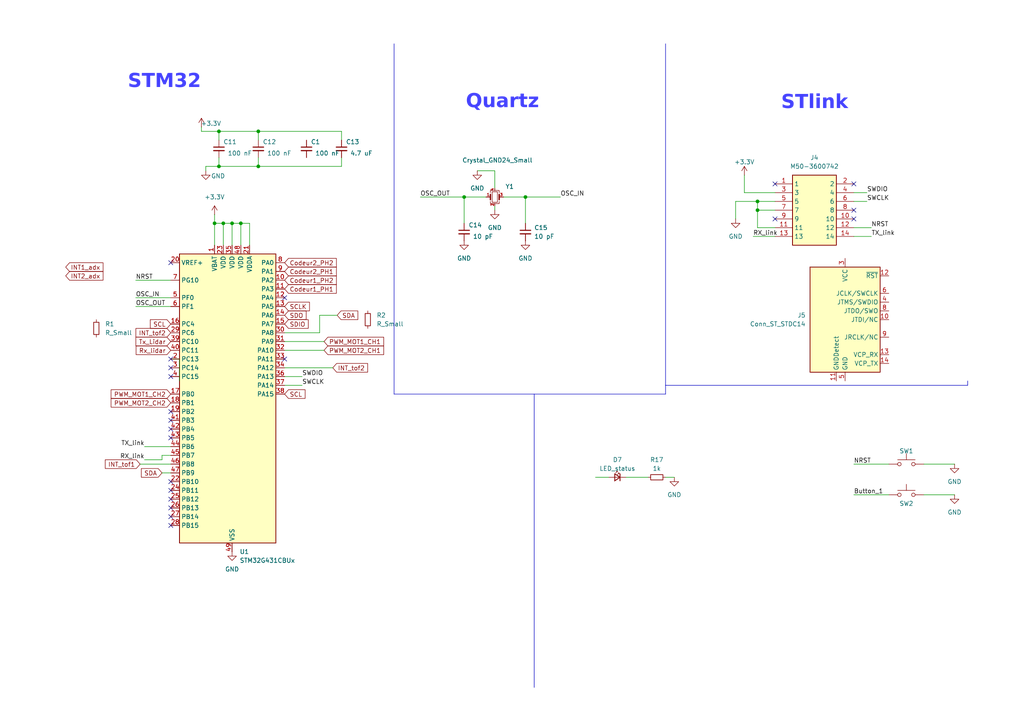
<source format=kicad_sch>
(kicad_sch (version 20231120) (generator "eeschema") (generator_version "8.0")
  (paper "A4")
  (lib_symbols
    (symbol "Connector:Conn_ST_STDC14"
      (property "Reference" "J" (at -8.89 16.51 0))
      (property "Value" "Conn_ST_STDC14" (at 17.78 16.51 0))
      (symbol "Conn_ST_STDC14_0_1"
        (rectangle (start -10.16 15.24) (end 10.16 -15.24) (stroke (width 0.254)) (fill (type background)))
      )
      (symbol "Conn_ST_STDC14_1_1"
        (pin no_connect line (at -10.16 5.08 0) (length 2.54) hide (name "NC") (number "1"))
        (pin output line (at 12.7 0 180) (length 2.54) (name "JTDI/NC") (number "10"))
        (pin passive line (at -2.54 -17.78 90) (length 2.54) (name "GNDDetect") (number "11"))
        (pin open_collector line (at 12.7 12.7 180) (length 2.54) (name "~{RST}") (number "12"))
        (pin output line (at 12.7 -10.16 180) (length 2.54) (name "VCP_RX") (number "13"))
        (pin input line (at 12.7 -12.7 180) (length 2.54) (name "VCP_TX") (number "14"))
        (pin no_connect line (at -10.16 2.54 0) (length 2.54) hide (name "NC") (number "2"))
        (pin power_in line (at 0 17.78 270) (length 2.54) (name "VCC") (number "3"))
        (pin bidirectional line (at 12.7 5.08 180) (length 2.54) (name "JTMS/SWDIO") (number "4"))
        (pin power_in line (at 0 -17.78 90) (length 2.54) (name "GND") (number "5"))
        (pin output line (at 12.7 7.62 180) (length 2.54) (name "JCLK/SWCLK") (number "6"))
        (pin passive line (at 0 -17.78 90) (length 2.54) hide (name "GND") (number "7"))
        (pin input line (at 12.7 2.54 180) (length 2.54) (name "JTDO/SWO") (number "8"))
        (pin input line (at 12.7 -5.08 180) (length 2.54) (name "JRCLK/NC") (number "9"))
      )
    )
    (symbol "Device:C_Small" (pin_numbers hide) (pin_names (offset 0.254) hide)
      (property "Reference" "C" (at 0.254 1.778 0))
      (property "Value" "C_Small" (at 0.254 -2.032 0))
      (symbol "C_Small_0_1"
        (polyline (pts (xy -1.524 -0.508) (xy 1.524 -0.508)) (stroke (width 0.3302)))
        (polyline (pts (xy -1.524 0.508) (xy 1.524 0.508)) (stroke (width 0.3048)))
      )
      (symbol "C_Small_1_1"
        (pin passive line (at 0 2.54 270) (length 2.032) (name "~") (number "1"))
        (pin passive line (at 0 -2.54 90) (length 2.032) (name "~") (number "2"))
      )
    )
    (symbol "Device:Crystal_GND24_Small" (pin_names (offset 1.016) hide)
      (property "Reference" "Y" (at 1.27 4.445 0))
      (property "Value" "Crystal_GND24_Small" (at 1.27 2.54 0))
      (symbol "Crystal_GND24_Small_0_1"
        (rectangle (start -0.762 -1.524) (end 0.762 1.524))
        (polyline (pts (xy -1.27 -0.762) (xy -1.27 0.762)) (stroke (width 0.381)))
        (polyline (pts (xy 1.27 -0.762) (xy 1.27 0.762)) (stroke (width 0.381)))
        (polyline (pts (xy -1.27 -1.27) (xy -1.27 -1.905) (xy 1.27 -1.905) (xy 1.27 -1.27)))
        (polyline (pts (xy -1.27 1.27) (xy -1.27 1.905) (xy 1.27 1.905) (xy 1.27 1.27)))
      )
      (symbol "Crystal_GND24_Small_1_1"
        (pin passive line (at -2.54 0 0) (length 1.27) (name "1") (number "1"))
        (pin passive line (at 0 -2.54 90) (length 0.635) (name "2") (number "2"))
        (pin passive line (at 2.54 0 180) (length 1.27) (name "3") (number "3"))
        (pin passive line (at 0 2.54 270) (length 0.635) (name "4") (number "4"))
      )
    )
    (symbol "Device:LED_Small" (pin_numbers hide) (pin_names (offset 0.254) hide)
      (property "Reference" "D" (at -1.27 3.175 0))
      (property "Value" "LED_Small" (at -4.445 -2.54 0))
      (symbol "LED_Small_0_1"
        (polyline (pts (xy -0.762 -1.016) (xy -0.762 1.016)) (stroke (width 0.254)))
        (polyline (pts (xy 1.016 0) (xy -0.762 0)))
        (polyline (pts (xy 0.762 -1.016) (xy -0.762 0) (xy 0.762 1.016) (xy 0.762 -1.016)) (stroke (width 0.254)))
        (polyline (pts (xy 0 0.762) (xy -0.508 1.27) (xy -0.254 1.27) (xy -0.508 1.27) (xy -0.508 1.016)))
        (polyline (pts (xy 0.508 1.27) (xy 0 1.778) (xy 0.254 1.778) (xy 0 1.778) (xy 0 1.524)))
      )
      (symbol "LED_Small_1_1"
        (pin passive line (at -2.54 0 0) (length 1.778) (name "K") (number "1"))
        (pin passive line (at 2.54 0 180) (length 1.778) (name "A") (number "2"))
      )
    )
    (symbol "Device:R_Small" (pin_numbers hide) (pin_names (offset 0.254) hide)
      (property "Reference" "R" (at 0.762 0.508 0))
      (property "Value" "R_Small" (at 0.762 -1.016 0))
      (symbol "R_Small_0_1"
        (rectangle (start -0.762 1.778) (end 0.762 -1.778) (stroke (width 0.2032)))
      )
      (symbol "R_Small_1_1"
        (pin passive line (at 0 2.54 270) (length 0.762) (name "~") (number "1"))
        (pin passive line (at 0 -2.54 90) (length 0.762) (name "~") (number "2"))
      )
    )
    (symbol "M50-3600742:M50-3600742"
      (property "Reference" "J" (at 19.05 7.62 0))
      (property "Value" "M50-3600742" (at 19.05 5.08 0))
      (symbol "M50-3600742_1_1"
        (rectangle (start 5.08 2.54) (end 17.78 -17.78) (stroke (width 0.254)) (fill (type background)))
        (pin passive line (at 0 0 0) (length 5.08) (name "1") (number "1"))
        (pin passive line (at 22.86 -10.16 180) (length 5.08) (name "10") (number "10"))
        (pin passive line (at 0 -12.7 0) (length 5.08) (name "11") (number "11"))
        (pin passive line (at 22.86 -12.7 180) (length 5.08) (name "12") (number "12"))
        (pin passive line (at 0 -15.24 0) (length 5.08) (name "13") (number "13"))
        (pin passive line (at 22.86 -15.24 180) (length 5.08) (name "14") (number "14"))
        (pin passive line (at 22.86 0 180) (length 5.08) (name "2") (number "2"))
        (pin passive line (at 0 -2.54 0) (length 5.08) (name "3") (number "3"))
        (pin passive line (at 22.86 -2.54 180) (length 5.08) (name "4") (number "4"))
        (pin passive line (at 0 -5.08 0) (length 5.08) (name "5") (number "5"))
        (pin passive line (at 22.86 -5.08 180) (length 5.08) (name "6") (number "6"))
        (pin passive line (at 0 -7.62 0) (length 5.08) (name "7") (number "7"))
        (pin passive line (at 22.86 -7.62 180) (length 5.08) (name "8") (number "8"))
        (pin passive line (at 0 -10.16 0) (length 5.08) (name "9") (number "9"))
      )
    )
    (symbol "MCU_ST_STM32G4:STM32G431CBUx"
      (property "Reference" "U" (at -12.7 44.45 0))
      (property "Value" "STM32G431CBUx" (at 10.16 44.45 0))
      (symbol "STM32G431CBUx_0_1"
        (rectangle (start -12.7 -40.64) (end 15.24 43.18) (stroke (width 0.254)) (fill (type background)))
      )
      (symbol "STM32G431CBUx_1_1"
        (pin power_in line (at -2.54 45.72 270) (length 2.54) (name "VBAT") (number "1"))
        (pin bidirectional line (at 17.78 35.56 180) (length 2.54) (name "PA2") (number "10"))
        (pin bidirectional line (at 17.78 33.02 180) (length 2.54) (name "PA3") (number "11"))
        (pin bidirectional line (at 17.78 30.48 180) (length 2.54) (name "PA4") (number "12"))
        (pin bidirectional line (at 17.78 27.94 180) (length 2.54) (name "PA5") (number "13"))
        (pin bidirectional line (at 17.78 25.4 180) (length 2.54) (name "PA6") (number "14"))
        (pin bidirectional line (at 17.78 22.86 180) (length 2.54) (name "PA7") (number "15"))
        (pin bidirectional line (at -15.24 22.86 0) (length 2.54) (name "PC4") (number "16"))
        (pin bidirectional line (at -15.24 2.54 0) (length 2.54) (name "PB0") (number "17"))
        (pin bidirectional line (at -15.24 0 0) (length 2.54) (name "PB1") (number "18"))
        (pin bidirectional line (at -15.24 -2.54 0) (length 2.54) (name "PB2") (number "19"))
        (pin bidirectional line (at -15.24 12.7 0) (length 2.54) (name "PC13") (number "2"))
        (pin input line (at -15.24 40.64 0) (length 2.54) (name "VREF+") (number "20"))
        (pin power_in line (at 7.62 45.72 270) (length 2.54) (name "VDDA") (number "21"))
        (pin bidirectional line (at -15.24 -22.86 0) (length 2.54) (name "PB10") (number "22"))
        (pin power_in line (at 0 45.72 270) (length 2.54) (name "VDD") (number "23"))
        (pin bidirectional line (at -15.24 -25.4 0) (length 2.54) (name "PB11") (number "24"))
        (pin bidirectional line (at -15.24 -27.94 0) (length 2.54) (name "PB12") (number "25"))
        (pin bidirectional line (at -15.24 -30.48 0) (length 2.54) (name "PB13") (number "26"))
        (pin bidirectional line (at -15.24 -33.02 0) (length 2.54) (name "PB14") (number "27"))
        (pin bidirectional line (at -15.24 -35.56 0) (length 2.54) (name "PB15") (number "28"))
        (pin bidirectional line (at -15.24 20.32 0) (length 2.54) (name "PC6") (number "29"))
        (pin bidirectional line (at -15.24 10.16 0) (length 2.54) (name "PC14") (number "3"))
        (pin bidirectional line (at 17.78 20.32 180) (length 2.54) (name "PA8") (number "30"))
        (pin bidirectional line (at 17.78 17.78 180) (length 2.54) (name "PA9") (number "31"))
        (pin bidirectional line (at 17.78 15.24 180) (length 2.54) (name "PA10") (number "32"))
        (pin bidirectional line (at 17.78 12.7 180) (length 2.54) (name "PA11") (number "33"))
        (pin bidirectional line (at 17.78 10.16 180) (length 2.54) (name "PA12") (number "34"))
        (pin power_in line (at 2.54 45.72 270) (length 2.54) (name "VDD") (number "35"))
        (pin bidirectional line (at 17.78 7.62 180) (length 2.54) (name "PA13") (number "36"))
        (pin bidirectional line (at 17.78 5.08 180) (length 2.54) (name "PA14") (number "37"))
        (pin bidirectional line (at 17.78 2.54 180) (length 2.54) (name "PA15") (number "38"))
        (pin bidirectional line (at -15.24 17.78 0) (length 2.54) (name "PC10") (number "39"))
        (pin bidirectional line (at -15.24 7.62 0) (length 2.54) (name "PC15") (number "4"))
        (pin bidirectional line (at -15.24 15.24 0) (length 2.54) (name "PC11") (number "40"))
        (pin bidirectional line (at -15.24 -5.08 0) (length 2.54) (name "PB3") (number "41"))
        (pin bidirectional line (at -15.24 -7.62 0) (length 2.54) (name "PB4") (number "42"))
        (pin bidirectional line (at -15.24 -10.16 0) (length 2.54) (name "PB5") (number "43"))
        (pin bidirectional line (at -15.24 -12.7 0) (length 2.54) (name "PB6") (number "44"))
        (pin bidirectional line (at -15.24 -15.24 0) (length 2.54) (name "PB7") (number "45"))
        (pin bidirectional line (at -15.24 -17.78 0) (length 2.54) (name "PB8") (number "46"))
        (pin bidirectional line (at -15.24 -20.32 0) (length 2.54) (name "PB9") (number "47"))
        (pin power_in line (at 5.08 45.72 270) (length 2.54) (name "VDD") (number "48"))
        (pin power_in line (at 2.54 -43.18 90) (length 2.54) (name "VSS") (number "49"))
        (pin bidirectional line (at -15.24 30.48 0) (length 2.54) (name "PF0") (number "5"))
        (pin bidirectional line (at -15.24 27.94 0) (length 2.54) (name "PF1") (number "6"))
        (pin bidirectional line (at -15.24 35.56 0) (length 2.54) (name "PG10") (number "7"))
        (pin bidirectional line (at 17.78 40.64 180) (length 2.54) (name "PA0") (number "8"))
        (pin bidirectional line (at 17.78 38.1 180) (length 2.54) (name "PA1") (number "9"))
      )
    )
    (symbol "Switch:SW_Push" (pin_numbers hide) (pin_names (offset 1.016) hide)
      (property "Reference" "SW" (at 1.27 2.54 0))
      (property "Value" "SW_Push" (at 0 -1.524 0))
      (symbol "SW_Push_0_1"
        (circle (center -2.032 0) (radius 0.508))
        (polyline (pts (xy 0 1.27) (xy 0 3.048)))
        (polyline (pts (xy 2.54 1.27) (xy -2.54 1.27)))
        (circle (center 2.032 0) (radius 0.508))
        (pin passive line (at -5.08 0 0) (length 2.54) (name "1") (number "1"))
        (pin passive line (at 5.08 0 180) (length 2.54) (name "2") (number "2"))
      )
    )
    (symbol "power:+3.3V" (power) (pin_numbers hide) (pin_names (offset 0) hide)
      (property "Value" "+3.3V" (at 0 3.556 0))
      (symbol "+3.3V_0_1"
        (polyline (pts (xy -0.762 1.27) (xy 0 2.54)))
        (polyline (pts (xy 0 0) (xy 0 2.54)))
        (polyline (pts (xy 0 2.54) (xy 0.762 1.27)))
      )
      (symbol "+3.3V_1_1"
        (pin power_in line (at 0 0 90) (length 0) (name "~") (number "1"))
      )
    )
    (symbol "power:GND" (power) (pin_numbers hide) (pin_names (offset 0) hide)
      (property "Value" "GND" (at 0 -3.81 0))
      (symbol "GND_0_1"
        (polyline (pts (xy 0 0) (xy 0 -1.27) (xy 1.27 -1.27) (xy 0 -2.54) (xy -1.27 -1.27) (xy 0 -1.27)))
      )
      (symbol "GND_1_1"
        (pin power_in line (at 0 0 270) (length 0) (name "~") (number "1"))
      )
    )
  )
  (junction (at 69.85 64.77))
  (junction (at 219.71 60.96))
  (junction (at 219.71 58.42))
  (junction (at 67.31 64.77))
  (junction (at 63.5 38.1))
  (junction (at 64.77 64.77))
  (junction (at 74.93 38.1))
  (junction (at 63.5 48.26))
  (junction (at 62.23 64.77))
  (junction (at 134.62 57.15))
  (junction (at 152.4 57.15))
  (junction (at 74.93 48.26))
  (no_connect (at 49.53 104.14))
  (no_connect (at 49.53 142.24))
  (no_connect (at 247.65 63.5))
  (no_connect (at 49.53 124.46))
  (no_connect (at 49.53 149.86))
  (no_connect (at 49.53 109.22))
  (no_connect (at 224.79 63.5))
  (no_connect (at 49.53 76.2))
  (no_connect (at 49.53 127))
  (no_connect (at 247.65 53.34))
  (no_connect (at 224.79 53.34))
  (no_connect (at 247.65 60.96))
  (no_connect (at 49.53 106.68))
  (no_connect (at 82.55 86.36))
  (no_connect (at 49.53 147.32))
  (no_connect (at 49.53 144.78))
  (no_connect (at 82.55 104.14))
  (no_connect (at 49.53 119.38))
  (no_connect (at 49.53 121.92))
  (no_connect (at 49.53 152.4))
  (no_connect (at 49.53 139.7))
  (wire (pts (xy 99.06 45.72) (xy 99.06 48.26)))
  (wire (pts (xy 143.51 49.53) (xy 143.51 54.61)))
  (wire (pts (xy 63.5 45.72) (xy 63.5 48.26)))
  (wire (pts (xy 39.37 86.36) (xy 49.53 86.36)))
  (wire (pts (xy 138.43 49.53) (xy 143.51 49.53)))
  (polyline (pts (xy 193.04 12.7) (xy 193.04 111.76)))
  (wire (pts (xy 152.4 57.15) (xy 162.56 57.15)))
  (wire (pts (xy 219.71 58.42) (xy 219.71 60.96)))
  (wire (pts (xy 96.52 106.68) (xy 82.55 106.68)))
  (wire (pts (xy 224.79 58.42) (xy 219.71 58.42)))
  (wire (pts (xy 93.98 99.06) (xy 82.55 99.06)))
  (wire (pts (xy 213.36 58.42) (xy 213.36 63.5)))
  (wire (pts (xy 97.79 91.44) (xy 92.71 91.44)))
  (wire (pts (xy 39.37 81.28) (xy 49.53 81.28)))
  (wire (pts (xy 219.71 66.04) (xy 219.71 60.96)))
  (polyline (pts (xy 193.04 111.76) (xy 280.67 111.76)))
  (wire (pts (xy 247.65 134.62) (xy 257.81 134.62)))
  (wire (pts (xy 99.06 38.1) (xy 74.93 38.1)))
  (wire (pts (xy 64.77 64.77) (xy 64.77 71.12)))
  (wire (pts (xy 41.91 129.54) (xy 49.53 129.54)))
  (wire (pts (xy 58.42 36.83) (xy 58.42 38.1)))
  (wire (pts (xy 143.51 59.69) (xy 143.51 60.96)))
  (wire (pts (xy 252.73 68.58) (xy 247.65 68.58)))
  (wire (pts (xy 69.85 64.77) (xy 67.31 64.77)))
  (wire (pts (xy 63.5 38.1) (xy 63.5 40.64)))
  (polyline (pts (xy 193.04 114.3) (xy 193.04 111.76)))
  (wire (pts (xy 74.93 38.1) (xy 63.5 38.1)))
  (wire (pts (xy 63.5 48.26) (xy 59.69 48.26)))
  (wire (pts (xy 92.71 96.52) (xy 82.55 96.52)))
  (wire (pts (xy 181.61 138.43) (xy 187.96 138.43)))
  (wire (pts (xy 152.4 57.15) (xy 146.05 57.15)))
  (wire (pts (xy 64.77 64.77) (xy 62.23 64.77)))
  (wire (pts (xy 224.79 66.04) (xy 219.71 66.04)))
  (wire (pts (xy 172.72 138.43) (xy 176.53 138.43)))
  (polyline (pts (xy 280.67 110.49) (xy 280.67 111.76)))
  (wire (pts (xy 92.71 91.44) (xy 92.71 96.52)))
  (wire (pts (xy 52.07 104.14) (xy 49.53 104.14)))
  (wire (pts (xy 251.46 58.42) (xy 247.65 58.42)))
  (wire (pts (xy 69.85 71.12) (xy 69.85 64.77)))
  (wire (pts (xy 99.06 40.64) (xy 99.06 38.1)))
  (wire (pts (xy 46.99 132.08) (xy 46.99 133.35)))
  (wire (pts (xy 74.93 48.26) (xy 99.06 48.26)))
  (wire (pts (xy 39.37 88.9) (xy 49.53 88.9)))
  (wire (pts (xy 69.85 64.77) (xy 72.39 64.77)))
  (polyline (pts (xy 114.3 114.3) (xy 193.04 114.3)))
  (wire (pts (xy 46.99 133.35) (xy 41.91 133.35)))
  (wire (pts (xy 74.93 38.1) (xy 74.93 40.64)))
  (wire (pts (xy 87.63 111.76) (xy 82.55 111.76)))
  (wire (pts (xy 267.97 134.62) (xy 276.86 134.62)))
  (wire (pts (xy 87.63 109.22) (xy 82.55 109.22)))
  (polyline (pts (xy 154.94 114.3) (xy 154.94 199.39)))
  (wire (pts (xy 46.99 137.16) (xy 49.53 137.16)))
  (wire (pts (xy 62.23 64.77) (xy 62.23 71.12)))
  (wire (pts (xy 72.39 71.12) (xy 72.39 64.77)))
  (wire (pts (xy 247.65 143.51) (xy 257.81 143.51)))
  (wire (pts (xy 219.71 58.42) (xy 213.36 58.42)))
  (wire (pts (xy 63.5 48.26) (xy 74.93 48.26)))
  (polyline (pts (xy 114.3 12.7) (xy 114.3 114.3)))
  (wire (pts (xy 67.31 64.77) (xy 67.31 71.12)))
  (wire (pts (xy 49.53 132.08) (xy 46.99 132.08)))
  (wire (pts (xy 152.4 57.15) (xy 152.4 64.77)))
  (wire (pts (xy 59.69 48.26) (xy 59.69 49.53)))
  (wire (pts (xy 267.97 143.51) (xy 276.86 143.51)))
  (wire (pts (xy 218.44 68.58) (xy 224.79 68.58)))
  (wire (pts (xy 193.04 138.43) (xy 195.58 138.43)))
  (wire (pts (xy 215.9 50.8) (xy 215.9 55.88)))
  (wire (pts (xy 224.79 55.88) (xy 215.9 55.88)))
  (wire (pts (xy 134.62 57.15) (xy 140.97 57.15)))
  (wire (pts (xy 58.42 38.1) (xy 63.5 38.1)))
  (wire (pts (xy 219.71 60.96) (xy 224.79 60.96)))
  (wire (pts (xy 247.65 66.04) (xy 252.73 66.04)))
  (wire (pts (xy 82.55 101.6) (xy 93.98 101.6)))
  (wire (pts (xy 40.64 134.62) (xy 49.53 134.62)))
  (wire (pts (xy 52.07 110.49) (xy 52.07 104.14)))
  (wire (pts (xy 67.31 64.77) (xy 64.77 64.77)))
  (wire (pts (xy 121.92 57.15) (xy 134.62 57.15)))
  (wire (pts (xy 74.93 45.72) (xy 74.93 48.26)))
  (wire (pts (xy 251.46 55.88) (xy 247.65 55.88)))
  (wire (pts (xy 62.23 62.23) (xy 62.23 64.77)))
  (wire (pts (xy 134.62 57.15) (xy 134.62 64.77)))
  (text "Quartz\n" (at 135.128 33.02 0) (effects (font (size 4 4) (bold yes)) (justify left bottom)))
  (text "STM32\n" (at 37.084 27.178 0) (effects (font (size 4 4) (bold yes)) (justify left bottom)))
  (text "STlink" (at 226.568 33.274 0) (effects (font (size 4 4) (bold yes)) (justify left bottom)))
  (label "SWCLK" (at 251.46 58.42 0))
  (label "NRST" (at 252.73 66.04 0))
  (label "OSC_OUT" (at 39.37 88.9 0))
  (label "OSC_IN" (at 39.37 86.36 0))
  (label "OSC_OUT" (at 121.92 57.15 0))
  (label "TX_link" (at 252.73 68.58 0))
  (label "Button_1" (at 247.65 143.51 0))
  (label "SWCLK" (at 87.63 111.76 0))
  (label "NRST" (at 247.65 134.62 0))
  (label "SWDIO" (at 251.46 55.88 0))
  (label "RX_link" (at 218.44 68.58 0))
  (label "RX_link" (at 41.91 133.35 180))
  (label "OSC_IN" (at 162.56 57.15 0))
  (label "SWDIO" (at 87.63 109.22 0))
  (label "NRST" (at 39.37 81.28 0))
  (label "TX_link" (at 41.91 129.54 180))
  (global_label "SDA" (shape input) (at 97.79 91.44 0) (property "Intersheetrefs" "${INTERSHEET_REFS}" (effects (hide yes))))
  (global_label "SCL" (shape input) (at 82.55 114.3 0) (property "Intersheetrefs" "${INTERSHEET_REFS}" (effects (hide yes))))
  (global_label "INT2_adx" (shape input) (at 19.05 80.01 0) (property "Intersheetrefs" "${INTERSHEET_REFS}" (effects (hide yes))))
  (global_label "Rx_lidar" (shape input) (at 49.53 101.6 180) (property "Intersheetrefs" "${INTERSHEET_REFS}" (effects (hide yes))))
  (global_label "SCLK" (shape input) (at 82.55 88.9 0) (property "Intersheetrefs" "${INTERSHEET_REFS}" (effects (hide yes))))
  (global_label "Codeur2_PH2" (shape input) (at 82.55 76.2 0) (property "Intersheetrefs" "${INTERSHEET_REFS}" (effects (hide yes))))
  (global_label "SDO" (shape input) (at 82.55 91.44 0) (property "Intersheetrefs" "${INTERSHEET_REFS}" (effects (hide yes))))
  (global_label "INT1_adx" (shape input) (at 19.05 77.47 0) (property "Intersheetrefs" "${INTERSHEET_REFS}" (effects (hide yes))))
  (global_label "SDIO" (shape input) (at 82.55 93.98 0) (property "Intersheetrefs" "${INTERSHEET_REFS}" (effects (hide yes))))
  (global_label "INT_tof2" (shape input) (at 49.53 96.52 180) (property "Intersheetrefs" "${INTERSHEET_REFS}" (effects (hide yes))))
  (global_label "PWM_MOT2_CH1" (shape input) (at 93.98 101.6 0) (property "Intersheetrefs" "${INTERSHEET_REFS}" (effects (hide yes))))
  (global_label "PWM_MOT2_CH2" (shape input) (at 49.53 116.84 180) (property "Intersheetrefs" "${INTERSHEET_REFS}" (effects (hide yes))))
  (global_label "SDA" (shape input) (at 46.99 137.16 180) (property "Intersheetrefs" "${INTERSHEET_REFS}" (effects (hide yes))))
  (global_label "Codeur1_PH2" (shape input) (at 82.55 81.28 0) (property "Intersheetrefs" "${INTERSHEET_REFS}" (effects (hide yes))))
  (global_label "PWM_MOT1_CH2" (shape input) (at 49.53 114.3 180) (property "Intersheetrefs" "${INTERSHEET_REFS}" (effects (hide yes))))
  (global_label "Codeur2_PH1" (shape input) (at 82.55 78.74 0) (property "Intersheetrefs" "${INTERSHEET_REFS}" (effects (hide yes))))
  (global_label "PWM_MOT1_CH1" (shape input) (at 93.98 99.06 0) (property "Intersheetrefs" "${INTERSHEET_REFS}" (effects (hide yes))))
  (global_label "Tx_Lidar" (shape input) (at 49.53 99.06 180) (property "Intersheetrefs" "${INTERSHEET_REFS}" (effects (hide yes))))
  (global_label "Codeur1_PH1" (shape input) (at 82.55 83.82 0) (property "Intersheetrefs" "${INTERSHEET_REFS}" (effects (hide yes))))
  (global_label "INT_tof1" (shape input) (at 40.64 134.62 180) (property "Intersheetrefs" "${INTERSHEET_REFS}" (effects (hide yes))))
  (global_label "SCL" (shape input) (at 49.53 93.98 180) (property "Intersheetrefs" "${INTERSHEET_REFS}" (effects (hide yes))))
  (global_label "INT_tof2" (shape input) (at 96.52 106.68 0) (property "Intersheetrefs" "${INTERSHEET_REFS}" (effects (hide yes))))
  (symbol (lib_id "Device:C_Small") (at 152.4 67.31 0) (unit 1)
    (property "Reference" "C15" (at 154.94 66.0462 0) (effects (justify left)))
    (property "Value" "10 pF" (at 154.94 68.5862 0) (effects (justify left)))
    (property "Description" "Unpolarized capacitor, small symbol" (effects (hide yes)))
  )
  (symbol (lib_id "Connector:Conn_ST_STDC14") (at 245.11 92.71 0) (unit 1)
    (property "Reference" "J5" (at 233.68 91.4399 0) (effects (justify right)))
    (property "Value" "Conn_ST_STDC14" (at 233.68 93.9799 0) (effects (justify right)))
    (property "Footprint" "Connector_PinHeader_1.27mm:PinHeader_2x07_P1.27mm_Vertical_SMD" (effects (hide yes)))
    (property "Datasheet" "https://www.st.com/content/ccc/resource/technical/document/user_manual/group1/99/49/91/b6/b2/3a/46/e5/DM00526767/files/DM00526767.pdf/jcr:content/translations/en.DM00526767.pdf" (effects (hide yes)))
    (property "Description" "ST Debug Connector, standard ARM Cortex-M SWD and JTAG interface plus UART" (effects (hide yes)))
  )
  (symbol (lib_id "Device:LED_Small") (at 179.07 138.43 0) (mirror y) (unit 1)
    (property "Reference" "D7" (at 179.07 133.35 0))
    (property "Value" "LED_status" (at 179.07 135.89 0))
    (property "Footprint" "LED_SMD:LED_0603_1608Metric_Pad1.05x0.95mm_HandSolder" (effects (hide yes)))
    (property "Description" "Light emitting diode, small symbol" (effects (hide yes)))
  )
  (symbol (lib_id "Device:Crystal_GND24_Small") (at 143.51 57.15 0) (unit 1)
    (property "Reference" "Y1" (at 147.828 54.102 0))
    (property "Value" "Crystal_GND24_Small" (at 144.272 46.482 0))
    (property "Footprint" "Crystal:Crystal_SMD_3225-4Pin_3.2x2.5mm" (effects (hide yes)))
    (property "Description" "Four pin crystal, GND on pins 2 and 4, small symbol" (effects (hide yes)))
  )
  (symbol (lib_id "power:GND") (at 134.62 69.85 0) (unit 1)
    (property "Reference" "#PWR028" (effects (hide yes)))
    (property "Value" "GND" (at 134.62 74.93 0))
    (property "Description" "Power symbol creates a global label with name \"GND\" , ground" (effects (hide yes)))
  )
  (symbol (lib_id "power:+3.3V") (at 215.9 50.8 0) (unit 1)
    (property "Reference" "#PWR035" (effects (hide yes)))
    (property "Value" "+3.3V" (at 215.9 46.99 0))
    (property "Description" "Power symbol creates a global label with name \"+3.3V\"" (effects (hide yes)))
  )
  (symbol (lib_id "power:GND") (at 152.4 69.85 0) (unit 1)
    (property "Reference" "#PWR031" (effects (hide yes)))
    (property "Value" "GND" (at 152.4 74.93 0))
    (property "Description" "Power symbol creates a global label with name \"GND\" , ground" (effects (hide yes)))
  )
  (symbol (lib_id "Device:C_Small") (at 63.5 43.18 0) (unit 1)
    (property "Reference" "C11" (at 64.77 41.148 0) (effects (justify left)))
    (property "Value" "100 nF" (at 66.04 44.4562 0) (effects (justify left)))
    (property "Description" "Unpolarized capacitor, small symbol" (effects (hide yes)))
  )
  (symbol (lib_id "Device:R_Small") (at 106.68 92.71 0) (unit 1)
    (property "Reference" "R2" (at 109.22 91.4399 0) (effects (justify left)))
    (property "Value" "R_Small" (at 109.22 93.9799 0) (effects (justify left)))
    (property "Description" "Resistor, small symbol" (effects (hide yes)))
  )
  (symbol (lib_id "Switch:SW_Push") (at 262.89 134.62 0) (unit 1)
    (property "Reference" "SW1" (at 262.89 130.81 0))
    (property "Value" "SW_Push" (effects (hide yes)))
    (property "Footprint" "Button_Switch_SMD:SW_SPST_B3U-1000P" (effects (hide yes)))
    (property "Description" "Push button switch, generic, two pins" (effects (hide yes)))
    (property "Height" "1206" (effects (hide yes)))
  )
  (symbol (lib_id "Device:C_Small") (at 88.9 43.18 0) (unit 1)
    (property "Reference" "C1" (at 90.17 41.148 0) (effects (justify left)))
    (property "Value" "100 nF" (at 91.44 44.4562 0) (effects (justify left)))
    (property "Description" "Unpolarized capacitor, small symbol" (effects (hide yes)))
  )
  (symbol (lib_id "Device:R_Small") (at 27.94 95.25 0) (unit 1)
    (property "Reference" "R1" (at 30.48 93.9799 0) (effects (justify left)))
    (property "Value" "R_Small" (at 30.48 96.5199 0) (effects (justify left)))
    (property "Description" "Resistor, small symbol" (effects (hide yes)))
  )
  (symbol (lib_id "power:GND") (at 276.86 143.51 0) (unit 1)
    (property "Reference" "#PWR033" (effects (hide yes)))
    (property "Value" "GND" (at 276.86 148.59 0))
    (property "Description" "Power symbol creates a global label with name \"GND\" , ground" (effects (hide yes)))
  )
  (symbol (lib_id "power:GND") (at 213.36 63.5 0) (unit 1)
    (property "Reference" "#PWR034" (effects (hide yes)))
    (property "Value" "GND" (at 213.36 68.58 0))
    (property "Description" "Power symbol creates a global label with name \"GND\" , ground" (effects (hide yes)))
  )
  (symbol (lib_id "power:GND") (at 276.86 134.62 0) (unit 1)
    (property "Reference" "#PWR032" (effects (hide yes)))
    (property "Value" "GND" (at 276.86 139.7 0))
    (property "Description" "Power symbol creates a global label with name \"GND\" , ground" (effects (hide yes)))
  )
  (symbol (lib_id "M50-3600742:M50-3600742") (at 224.79 53.34 0) (unit 1)
    (property "Reference" "J4" (at 236.22 45.72 0))
    (property "Value" "M50-3600742" (at 236.22 48.26 0))
    (property "Footprint" "Crystal:Crystal_SMD_3225-4Pin_3.2x2.5mm" (effects (hide yes)))
    (property "Datasheet" "https://cdn.harwin.com/pdfs/M50-360.pdf" (effects (hide yes)))
    (property "Description" "1.27mm (0.05\") Pitch DIL Vertical SMT Pin Header, selective gold + tin, 7+7 contacts" (effects (hide yes)))
    (property "Manufacturer_Name" "Harwin" (effects (hide yes)))
    (property "Manufacturer_Part_Number" "M50-3600742" (effects (hide yes)))
    (property "Mouser Part Number" "855-M50-3600742" (effects (hide yes)))
    (property "Mouser Price/Stock" "https://www.mouser.co.uk/ProductDetail/Harwin/M50-3600742?qs=9fQaSFfsqszE0OC0QY%2F0jw%3D%3D" (effects (hide yes)))
  )
  (symbol (lib_id "Switch:SW_Push") (at 262.89 143.51 0) (unit 1)
    (property "Reference" "SW2" (at 262.89 146.05 0))
    (property "Value" "SW_Push" (effects (hide yes)))
    (property "Footprint" "Button_Switch_SMD:SW_SPST_B3U-1000P" (effects (hide yes)))
    (property "Description" "Push button switch, generic, two pins" (effects (hide yes)))
    (property "Height" "1206" (effects (hide yes)))
  )
  (symbol (lib_id "Device:C_Small") (at 134.62 67.31 0) (unit 1)
    (property "Reference" "C14" (at 135.89 65.278 0) (effects (justify left)))
    (property "Value" "10 pF" (at 137.16 68.5862 0) (effects (justify left)))
    (property "Description" "Unpolarized capacitor, small symbol" (effects (hide yes)))
  )
  (symbol (lib_id "power:GND") (at 143.51 60.96 0) (unit 1)
    (property "Reference" "#PWR030" (effects (hide yes)))
    (property "Value" "GND" (at 143.51 66.04 0))
    (property "Description" "Power symbol creates a global label with name \"GND\" , ground" (effects (hide yes)))
  )
  (symbol (lib_id "power:GND") (at 67.31 160.02 0) (unit 1)
    (property "Reference" "#PWR055" (effects (hide yes)))
    (property "Value" "GND" (at 67.31 165.1 0))
    (property "Description" "Power symbol creates a global label with name \"GND\" , ground" (effects (hide yes)))
  )
  (symbol (lib_id "Device:C_Small") (at 74.93 43.18 0) (unit 1)
    (property "Reference" "C12" (at 76.2 41.148 0) (effects (justify left)))
    (property "Value" "100 nF" (at 77.47 44.4562 0) (effects (justify left)))
    (property "Description" "Unpolarized capacitor, small symbol" (effects (hide yes)))
  )
  (symbol (lib_id "power:GND") (at 195.58 138.43 0) (unit 1)
    (property "Reference" "#PWR057" (effects (hide yes)))
    (property "Value" "GND" (at 195.58 143.51 0))
    (property "Description" "Power symbol creates a global label with name \"GND\" , ground" (effects (hide yes)))
  )
  (symbol (lib_id "power:+3.3V") (at 58.42 36.83 0) (unit 1)
    (property "Reference" "#PWR026" (effects (hide yes)))
    (property "Value" "+3.3V" (at 61.214 35.814 0))
    (property "Description" "Power symbol creates a global label with name \"+3.3V\"" (effects (hide yes)))
  )
  (symbol (lib_id "power:GND") (at 138.43 49.53 0) (unit 1)
    (property "Reference" "#PWR029" (effects (hide yes)))
    (property "Value" "GND" (at 138.43 54.61 0))
    (property "Description" "Power symbol creates a global label with name \"GND\" , ground" (effects (hide yes)))
  )
  (symbol (lib_id "power:+3.3V") (at 62.23 62.23 0) (unit 1)
    (property "Reference" "#PWR054" (effects (hide yes)))
    (property "Value" "+3.3V" (at 62.23 57.15 0))
    (property "Description" "Power symbol creates a global label with name \"+3.3V\"" (effects (hide yes)))
  )
  (symbol (lib_id "MCU_ST_STM32G4:STM32G431CBUx") (at 64.77 116.84 0) (unit 1)
    (property "Reference" "U1" (at 69.5041 160.02 0) (effects (justify left)))
    (property "Value" "STM32G431CBUx" (at 69.5041 162.56 0) (effects (justify left)))
    (property "Footprint" "Package_DFN_QFN:QFN-48-1EP_7x7mm_P0.5mm_EP5.6x5.6mm" (effects (hide yes)))
    (property "Datasheet" "https://www.st.com/resource/en/datasheet/stm32g431cb.pdf" (effects (hide yes)))
    (property "Description" "STMicroelectronics Arm Cortex-M4 MCU, 128KB flash, 32KB RAM, 170 MHz, 1.71-3.6V, 42 GPIO, UFQFPN48" (effects (hide yes)))
  )
  (symbol (lib_id "Device:C_Small") (at 99.06 43.18 0) (unit 1)
    (property "Reference" "C13" (at 100.33 41.148 0) (effects (justify left)))
    (property "Value" "4.7 uF" (at 101.6 44.4562 0) (effects (justify left)))
    (property "Description" "Unpolarized capacitor, small symbol" (effects (hide yes)))
  )
  (symbol (lib_id "Device:R_Small") (at 190.5 138.43 90) (unit 1)
    (property "Reference" "R17" (at 190.5 133.35 90))
    (property "Value" "1k" (at 190.5 135.89 90))
    (property "Footprint" "Resistor_SMD:R_0603_1608Metric_Pad0.98x0.95mm_HandSolder" (effects (hide yes)))
    (property "Description" "Resistor, small symbol" (effects (hide yes)))
    (property "Height" "0603" (effects (hide yes)))
  )
  (symbol (lib_id "power:GND") (at 59.69 49.53 0) (unit 1)
    (property "Reference" "#PWR027" (effects (hide yes)))
    (property "Value" "GND" (at 63.246 51.054 0))
    (property "Description" "Power symbol creates a global label with name \"GND\" , ground" (effects (hide yes)))
  )
)
</source>
